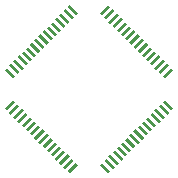
<source format=gbr>
G04 #@! TF.FileFunction,Paste,Top*
%FSLAX46Y46*%
G04 Gerber Fmt 4.6, Leading zero omitted, Abs format (unit mm)*
G04 Created by KiCad (PCBNEW 4.0.7) date 02/22/18 18:04:52*
%MOMM*%
%LPD*%
G01*
G04 APERTURE LIST*
%ADD10C,0.100000*%
G04 APERTURE END LIST*
D10*
G36*
X148297476Y-96435800D02*
X148120699Y-96259023D01*
X148827806Y-95551916D01*
X149004583Y-95728693D01*
X148297476Y-96435800D01*
X148297476Y-96435800D01*
G37*
G36*
X148651029Y-96789354D02*
X148474252Y-96612577D01*
X149181359Y-95905470D01*
X149358136Y-96082247D01*
X148651029Y-96789354D01*
X148651029Y-96789354D01*
G37*
G36*
X149004583Y-97142907D02*
X148827806Y-96966130D01*
X149534913Y-96259023D01*
X149711690Y-96435800D01*
X149004583Y-97142907D01*
X149004583Y-97142907D01*
G37*
G36*
X149358136Y-97496460D02*
X149181359Y-97319683D01*
X149888466Y-96612576D01*
X150065243Y-96789353D01*
X149358136Y-97496460D01*
X149358136Y-97496460D01*
G37*
G36*
X149711689Y-97850014D02*
X149534912Y-97673237D01*
X150242019Y-96966130D01*
X150418796Y-97142907D01*
X149711689Y-97850014D01*
X149711689Y-97850014D01*
G37*
G36*
X150065243Y-98203567D02*
X149888466Y-98026790D01*
X150595573Y-97319683D01*
X150772350Y-97496460D01*
X150065243Y-98203567D01*
X150065243Y-98203567D01*
G37*
G36*
X150418796Y-98557121D02*
X150242019Y-98380344D01*
X150949126Y-97673237D01*
X151125903Y-97850014D01*
X150418796Y-98557121D01*
X150418796Y-98557121D01*
G37*
G36*
X150772350Y-98910674D02*
X150595573Y-98733897D01*
X151302680Y-98026790D01*
X151479457Y-98203567D01*
X150772350Y-98910674D01*
X150772350Y-98910674D01*
G37*
G36*
X151125903Y-99264227D02*
X150949126Y-99087450D01*
X151656233Y-98380343D01*
X151833010Y-98557120D01*
X151125903Y-99264227D01*
X151125903Y-99264227D01*
G37*
G36*
X151479456Y-99617781D02*
X151302679Y-99441004D01*
X152009786Y-98733897D01*
X152186563Y-98910674D01*
X151479456Y-99617781D01*
X151479456Y-99617781D01*
G37*
G36*
X151833010Y-99971334D02*
X151656233Y-99794557D01*
X152363340Y-99087450D01*
X152540117Y-99264227D01*
X151833010Y-99971334D01*
X151833010Y-99971334D01*
G37*
G36*
X152186563Y-100324888D02*
X152009786Y-100148111D01*
X152716893Y-99441004D01*
X152893670Y-99617781D01*
X152186563Y-100324888D01*
X152186563Y-100324888D01*
G37*
G36*
X152540117Y-100678441D02*
X152363340Y-100501664D01*
X153070447Y-99794557D01*
X153247224Y-99971334D01*
X152540117Y-100678441D01*
X152540117Y-100678441D01*
G37*
G36*
X152893670Y-101031994D02*
X152716893Y-100855217D01*
X153424000Y-100148110D01*
X153600777Y-100324887D01*
X152893670Y-101031994D01*
X152893670Y-101031994D01*
G37*
G36*
X153247223Y-101385548D02*
X153070446Y-101208771D01*
X153777553Y-100501664D01*
X153954330Y-100678441D01*
X153247223Y-101385548D01*
X153247223Y-101385548D01*
G37*
G36*
X153600777Y-101739101D02*
X153424000Y-101562324D01*
X154131107Y-100855217D01*
X154307884Y-101031994D01*
X153600777Y-101739101D01*
X153600777Y-101739101D01*
G37*
G36*
X157065600Y-101562324D02*
X156888823Y-101739101D01*
X156181716Y-101031994D01*
X156358493Y-100855217D01*
X157065600Y-101562324D01*
X157065600Y-101562324D01*
G37*
G36*
X157419154Y-101208771D02*
X157242377Y-101385548D01*
X156535270Y-100678441D01*
X156712047Y-100501664D01*
X157419154Y-101208771D01*
X157419154Y-101208771D01*
G37*
G36*
X157772707Y-100855217D02*
X157595930Y-101031994D01*
X156888823Y-100324887D01*
X157065600Y-100148110D01*
X157772707Y-100855217D01*
X157772707Y-100855217D01*
G37*
G36*
X158126260Y-100501664D02*
X157949483Y-100678441D01*
X157242376Y-99971334D01*
X157419153Y-99794557D01*
X158126260Y-100501664D01*
X158126260Y-100501664D01*
G37*
G36*
X158479814Y-100148111D02*
X158303037Y-100324888D01*
X157595930Y-99617781D01*
X157772707Y-99441004D01*
X158479814Y-100148111D01*
X158479814Y-100148111D01*
G37*
G36*
X158833367Y-99794557D02*
X158656590Y-99971334D01*
X157949483Y-99264227D01*
X158126260Y-99087450D01*
X158833367Y-99794557D01*
X158833367Y-99794557D01*
G37*
G36*
X159186921Y-99441004D02*
X159010144Y-99617781D01*
X158303037Y-98910674D01*
X158479814Y-98733897D01*
X159186921Y-99441004D01*
X159186921Y-99441004D01*
G37*
G36*
X159540474Y-99087450D02*
X159363697Y-99264227D01*
X158656590Y-98557120D01*
X158833367Y-98380343D01*
X159540474Y-99087450D01*
X159540474Y-99087450D01*
G37*
G36*
X159894027Y-98733897D02*
X159717250Y-98910674D01*
X159010143Y-98203567D01*
X159186920Y-98026790D01*
X159894027Y-98733897D01*
X159894027Y-98733897D01*
G37*
G36*
X160247581Y-98380344D02*
X160070804Y-98557121D01*
X159363697Y-97850014D01*
X159540474Y-97673237D01*
X160247581Y-98380344D01*
X160247581Y-98380344D01*
G37*
G36*
X160601134Y-98026790D02*
X160424357Y-98203567D01*
X159717250Y-97496460D01*
X159894027Y-97319683D01*
X160601134Y-98026790D01*
X160601134Y-98026790D01*
G37*
G36*
X160954688Y-97673237D02*
X160777911Y-97850014D01*
X160070804Y-97142907D01*
X160247581Y-96966130D01*
X160954688Y-97673237D01*
X160954688Y-97673237D01*
G37*
G36*
X161308241Y-97319683D02*
X161131464Y-97496460D01*
X160424357Y-96789353D01*
X160601134Y-96612576D01*
X161308241Y-97319683D01*
X161308241Y-97319683D01*
G37*
G36*
X161661794Y-96966130D02*
X161485017Y-97142907D01*
X160777910Y-96435800D01*
X160954687Y-96259023D01*
X161661794Y-96966130D01*
X161661794Y-96966130D01*
G37*
G36*
X162015348Y-96612577D02*
X161838571Y-96789354D01*
X161131464Y-96082247D01*
X161308241Y-95905470D01*
X162015348Y-96612577D01*
X162015348Y-96612577D01*
G37*
G36*
X162368901Y-96259023D02*
X162192124Y-96435800D01*
X161485017Y-95728693D01*
X161661794Y-95551916D01*
X162368901Y-96259023D01*
X162368901Y-96259023D01*
G37*
G36*
X161661794Y-93678084D02*
X161485017Y-93501307D01*
X162192124Y-92794200D01*
X162368901Y-92970977D01*
X161661794Y-93678084D01*
X161661794Y-93678084D01*
G37*
G36*
X161308241Y-93324530D02*
X161131464Y-93147753D01*
X161838571Y-92440646D01*
X162015348Y-92617423D01*
X161308241Y-93324530D01*
X161308241Y-93324530D01*
G37*
G36*
X160954687Y-92970977D02*
X160777910Y-92794200D01*
X161485017Y-92087093D01*
X161661794Y-92263870D01*
X160954687Y-92970977D01*
X160954687Y-92970977D01*
G37*
G36*
X160601134Y-92617424D02*
X160424357Y-92440647D01*
X161131464Y-91733540D01*
X161308241Y-91910317D01*
X160601134Y-92617424D01*
X160601134Y-92617424D01*
G37*
G36*
X160247581Y-92263870D02*
X160070804Y-92087093D01*
X160777911Y-91379986D01*
X160954688Y-91556763D01*
X160247581Y-92263870D01*
X160247581Y-92263870D01*
G37*
G36*
X159894027Y-91910317D02*
X159717250Y-91733540D01*
X160424357Y-91026433D01*
X160601134Y-91203210D01*
X159894027Y-91910317D01*
X159894027Y-91910317D01*
G37*
G36*
X159540474Y-91556763D02*
X159363697Y-91379986D01*
X160070804Y-90672879D01*
X160247581Y-90849656D01*
X159540474Y-91556763D01*
X159540474Y-91556763D01*
G37*
G36*
X159186920Y-91203210D02*
X159010143Y-91026433D01*
X159717250Y-90319326D01*
X159894027Y-90496103D01*
X159186920Y-91203210D01*
X159186920Y-91203210D01*
G37*
G36*
X158833367Y-90849657D02*
X158656590Y-90672880D01*
X159363697Y-89965773D01*
X159540474Y-90142550D01*
X158833367Y-90849657D01*
X158833367Y-90849657D01*
G37*
G36*
X158479814Y-90496103D02*
X158303037Y-90319326D01*
X159010144Y-89612219D01*
X159186921Y-89788996D01*
X158479814Y-90496103D01*
X158479814Y-90496103D01*
G37*
G36*
X158126260Y-90142550D02*
X157949483Y-89965773D01*
X158656590Y-89258666D01*
X158833367Y-89435443D01*
X158126260Y-90142550D01*
X158126260Y-90142550D01*
G37*
G36*
X157772707Y-89788996D02*
X157595930Y-89612219D01*
X158303037Y-88905112D01*
X158479814Y-89081889D01*
X157772707Y-89788996D01*
X157772707Y-89788996D01*
G37*
G36*
X157419153Y-89435443D02*
X157242376Y-89258666D01*
X157949483Y-88551559D01*
X158126260Y-88728336D01*
X157419153Y-89435443D01*
X157419153Y-89435443D01*
G37*
G36*
X157065600Y-89081890D02*
X156888823Y-88905113D01*
X157595930Y-88198006D01*
X157772707Y-88374783D01*
X157065600Y-89081890D01*
X157065600Y-89081890D01*
G37*
G36*
X156712047Y-88728336D02*
X156535270Y-88551559D01*
X157242377Y-87844452D01*
X157419154Y-88021229D01*
X156712047Y-88728336D01*
X156712047Y-88728336D01*
G37*
G36*
X156358493Y-88374783D02*
X156181716Y-88198006D01*
X156888823Y-87490899D01*
X157065600Y-87667676D01*
X156358493Y-88374783D01*
X156358493Y-88374783D01*
G37*
G36*
X154307884Y-88198006D02*
X154131107Y-88374783D01*
X153424000Y-87667676D01*
X153600777Y-87490899D01*
X154307884Y-88198006D01*
X154307884Y-88198006D01*
G37*
G36*
X153954330Y-88551559D02*
X153777553Y-88728336D01*
X153070446Y-88021229D01*
X153247223Y-87844452D01*
X153954330Y-88551559D01*
X153954330Y-88551559D01*
G37*
G36*
X153600777Y-88905113D02*
X153424000Y-89081890D01*
X152716893Y-88374783D01*
X152893670Y-88198006D01*
X153600777Y-88905113D01*
X153600777Y-88905113D01*
G37*
G36*
X153247224Y-89258666D02*
X153070447Y-89435443D01*
X152363340Y-88728336D01*
X152540117Y-88551559D01*
X153247224Y-89258666D01*
X153247224Y-89258666D01*
G37*
G36*
X152893670Y-89612219D02*
X152716893Y-89788996D01*
X152009786Y-89081889D01*
X152186563Y-88905112D01*
X152893670Y-89612219D01*
X152893670Y-89612219D01*
G37*
G36*
X152540117Y-89965773D02*
X152363340Y-90142550D01*
X151656233Y-89435443D01*
X151833010Y-89258666D01*
X152540117Y-89965773D01*
X152540117Y-89965773D01*
G37*
G36*
X152186563Y-90319326D02*
X152009786Y-90496103D01*
X151302679Y-89788996D01*
X151479456Y-89612219D01*
X152186563Y-90319326D01*
X152186563Y-90319326D01*
G37*
G36*
X151833010Y-90672880D02*
X151656233Y-90849657D01*
X150949126Y-90142550D01*
X151125903Y-89965773D01*
X151833010Y-90672880D01*
X151833010Y-90672880D01*
G37*
G36*
X151479457Y-91026433D02*
X151302680Y-91203210D01*
X150595573Y-90496103D01*
X150772350Y-90319326D01*
X151479457Y-91026433D01*
X151479457Y-91026433D01*
G37*
G36*
X151125903Y-91379986D02*
X150949126Y-91556763D01*
X150242019Y-90849656D01*
X150418796Y-90672879D01*
X151125903Y-91379986D01*
X151125903Y-91379986D01*
G37*
G36*
X150772350Y-91733540D02*
X150595573Y-91910317D01*
X149888466Y-91203210D01*
X150065243Y-91026433D01*
X150772350Y-91733540D01*
X150772350Y-91733540D01*
G37*
G36*
X150418796Y-92087093D02*
X150242019Y-92263870D01*
X149534912Y-91556763D01*
X149711689Y-91379986D01*
X150418796Y-92087093D01*
X150418796Y-92087093D01*
G37*
G36*
X150065243Y-92440647D02*
X149888466Y-92617424D01*
X149181359Y-91910317D01*
X149358136Y-91733540D01*
X150065243Y-92440647D01*
X150065243Y-92440647D01*
G37*
G36*
X149711690Y-92794200D02*
X149534913Y-92970977D01*
X148827806Y-92263870D01*
X149004583Y-92087093D01*
X149711690Y-92794200D01*
X149711690Y-92794200D01*
G37*
G36*
X149358136Y-93147753D02*
X149181359Y-93324530D01*
X148474252Y-92617423D01*
X148651029Y-92440646D01*
X149358136Y-93147753D01*
X149358136Y-93147753D01*
G37*
G36*
X149004583Y-93501307D02*
X148827806Y-93678084D01*
X148120699Y-92970977D01*
X148297476Y-92794200D01*
X149004583Y-93501307D01*
X149004583Y-93501307D01*
G37*
M02*

</source>
